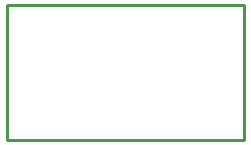
<source format=gbr>
G04 EAGLE Gerber RS-274X export*
G75*
%MOMM*%
%FSLAX34Y34*%
%LPD*%
%IN*%
%IPPOS*%
%AMOC8*
5,1,8,0,0,1.08239X$1,22.5*%
G01*
%ADD10C,0.254000*%


D10*
X-12700Y12700D02*
X187200Y12700D01*
X187200Y126900D01*
X-12700Y126900D01*
X-12700Y12700D01*
M02*

</source>
